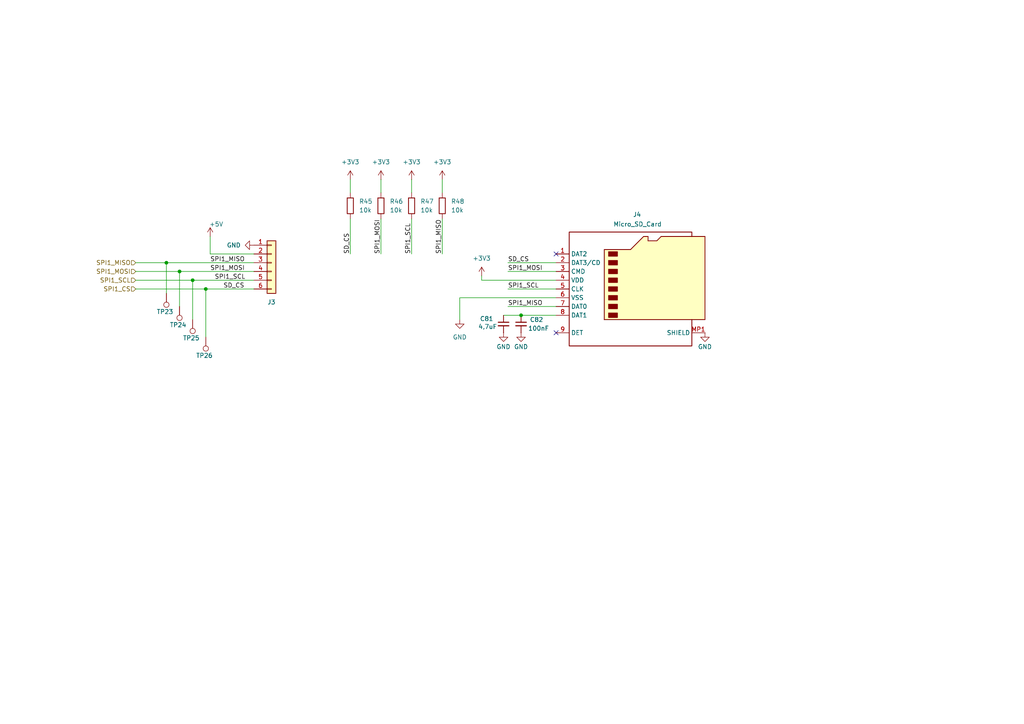
<source format=kicad_sch>
(kicad_sch (version 20250114) (generator "eeschema") (generator_version "9.0")
  (paper "A4")
  (lib_symbols
    (symbol "Connector:Micro_SD_Card_Det1"
      (property "Reference" "J4" (at 0.635 21.59 0))
      (property "Value" "Micro_SD_Card_Det1" (at 0.635 19.05 0))
      (symbol "Micro_SD_Card_Det1_0_1"
        (polyline (pts (xy -8.89 -8.89) (xy -8.89 11.43) (xy -1.27 11.43) (xy 2.54 15.24) (xy 3.81 15.24) (xy 3.81 13.97) (xy 6.35 13.97) (xy 7.62 15.24) (xy 20.32 15.24) (xy 20.32 -8.89) (xy -8.89 -8.89)) (stroke (width 0.254)) (fill (type background)))
        (rectangle (start -7.62 10.795) (end -5.08 9.525) (stroke (width 0.254)) (fill (type outline)))
        (rectangle (start -7.62 8.255) (end -5.08 6.985) (stroke (width 0.254)) (fill (type outline)))
        (rectangle (start -7.62 5.715) (end -5.08 4.445) (stroke (width 0.254)) (fill (type outline)))
        (rectangle (start -7.62 3.175) (end -5.08 1.905) (stroke (width 0.254)) (fill (type outline)))
        (rectangle (start -7.62 0.635) (end -5.08 -0.635) (stroke (width 0.254)) (fill (type outline)))
        (rectangle (start -7.62 -1.905) (end -5.08 -3.175) (stroke (width 0.254)) (fill (type outline)))
        (rectangle (start -7.62 -4.445) (end -5.08 -5.715) (stroke (width 0.254)) (fill (type outline)))
        (rectangle (start -7.62 -6.985) (end -5.08 -8.255) (stroke (width 0.254)) (fill (type outline)))
        (polyline (pts (xy 16.51 15.24) (xy 16.51 16.51) (xy -19.05 16.51) (xy -19.05 -16.51) (xy 16.51 -16.51) (xy 16.51 -8.89)) (stroke (width 0.254)))
      )
      (symbol "Micro_SD_Card_Det1_1_1"
        (pin bidirectional line (at -22.86 10.16 0) (length 3.81) (name "DAT2") (number "1"))
        (pin bidirectional line (at -22.86 7.62 0) (length 3.81) (name "DAT3/CD") (number "2"))
        (pin input line (at -22.86 5.08 0) (length 3.81) (name "CMD") (number "3"))
        (pin power_in line (at -22.86 2.54 0) (length 3.81) (name "VDD") (number "4"))
        (pin input line (at -22.86 0 0) (length 3.81) (name "CLK") (number "5"))
        (pin power_in line (at -22.86 -2.54 0) (length 3.81) (name "VSS") (number "6"))
        (pin bidirectional line (at -22.86 -5.08 0) (length 3.81) (name "DAT0") (number "7"))
        (pin bidirectional line (at -22.86 -7.62 0) (length 3.81) (name "DAT1") (number "8"))
        (pin passive line (at -22.86 -12.7 0) (length 3.81) (name "DET") (number "9"))
        (pin passive line (at 20.32 -12.7 180) (length 3.81) (name "SHIELD") (number "MP1"))
        (pin passive line (at 20.32 -12.7 180) (length 3.81) (hide yes) (name "SHIELD") (number "MP2"))
        (pin passive line (at 20.32 -12.7 180) (length 3.81) (hide yes) (name "SHIELD") (number "MP3"))
        (pin passive line (at 20.32 -12.7 180) (length 3.81) (hide yes) (name "SHIELD") (number "MP4"))
      )
    )
    (symbol "Connector:TestPoint" (pin_numbers (hide yes)) (pin_names (offset 0.762) (hide yes))
      (property "Reference" "TP" (at 0 6.858 0))
      (property "Value" "TestPoint" (at 0 5.08 0))
      (symbol "TestPoint_0_1"
        (circle (center 0 3.302) (radius 0.762))
      )
      (symbol "TestPoint_1_1"
        (pin passive line (at 0 0 90) (length 2.54) (name "1") (number "1"))
      )
    )
    (symbol "Device:C_Small" (pin_numbers (hide yes)) (pin_names (offset 0.254) (hide yes))
      (property "Reference" "C" (at 0.254 1.778 0))
      (property "Value" "C_Small" (at 0.254 -2.032 0))
      (symbol "C_Small_0_1"
        (polyline (pts (xy -1.524 0.508) (xy 1.524 0.508)) (stroke (width 0.3048)))
        (polyline (pts (xy -1.524 -0.508) (xy 1.524 -0.508)) (stroke (width 0.3302)))
      )
      (symbol "C_Small_1_1"
        (pin passive line (at 0 2.54 270) (length 2.032) (name "~") (number "1"))
        (pin passive line (at 0 -2.54 90) (length 2.032) (name "~") (number "2"))
      )
    )
    (symbol "PCM_4ms_Connector:Conn_01x06" (pin_names (offset 1.016) (hide yes))
      (property "Reference" "J" (at 0 7.62 0))
      (property "Value" "Conn_01x06" (at 0 -10.16 0))
      (symbol "Conn_01x06_1_1"
        (rectangle (start -1.27 6.35) (end 1.27 -8.89) (stroke (width 0.254)) (fill (type background)))
        (rectangle (start -1.27 5.207) (end 0 4.953) (stroke (width 0.1524)))
        (rectangle (start -1.27 2.667) (end 0 2.413) (stroke (width 0.1524)))
        (rectangle (start -1.27 0.127) (end 0 -0.127) (stroke (width 0.1524)))
        (rectangle (start -1.27 -2.413) (end 0 -2.667) (stroke (width 0.1524)))
        (rectangle (start -1.27 -4.953) (end 0 -5.207) (stroke (width 0.1524)))
        (rectangle (start -1.27 -7.493) (end 0 -7.747) (stroke (width 0.1524)))
        (pin passive line (at -5.08 5.08 0) (length 3.81) (name "Pin_1") (number "1"))
        (pin passive line (at -5.08 2.54 0) (length 3.81) (name "Pin_2") (number "2"))
        (pin passive line (at -5.08 0 0) (length 3.81) (name "Pin_3") (number "3"))
        (pin passive line (at -5.08 -2.54 0) (length 3.81) (name "Pin_4") (number "4"))
        (pin passive line (at -5.08 -5.08 0) (length 3.81) (name "Pin_5") (number "5"))
        (pin passive line (at -5.08 -7.62 0) (length 3.81) (name "Pin_6") (number "6"))
      )
    )
    (symbol "PCM_SL_Resistors:Resistor"
      (property "Reference" "R" (at 0 5.08 0))
      (property "Value" "Resistor" (at 0 2.54 0))
      (symbol "Resistor_0_1"
        (rectangle (start -2.286 0.889) (end 2.286 -0.889) (stroke (width 0.24)))
      )
      (symbol "Resistor_1_1"
        (pin passive line (at -3.81 0 0) (length 1.5) (name "") (number "1"))
        (pin passive line (at 3.81 0 180) (length 1.5) (name "~") (number "2"))
      )
    )
    (symbol "power:+3V3" (power) (pin_numbers (hide yes)) (pin_names (offset 0) (hide yes))
      (property "Value" "+3V3" (at 0 3.556 0))
      (symbol "+3V3_0_1"
        (polyline (pts (xy -0.762 1.27) (xy 0 2.54)))
        (polyline (pts (xy 0 2.54) (xy 0.762 1.27)))
        (polyline (pts (xy 0 0) (xy 0 2.54)))
      )
      (symbol "+3V3_1_1"
        (pin power_in line (at 0 0 90) (length 0) (name "~") (number "1"))
      )
    )
    (symbol "power:+5V" (power) (pin_numbers (hide yes)) (pin_names (offset 0) (hide yes))
      (property "Value" "+5V" (at 0 3.556 0))
      (symbol "+5V_0_1"
        (polyline (pts (xy -0.762 1.27) (xy 0 2.54)))
        (polyline (pts (xy 0 2.54) (xy 0.762 1.27)))
        (polyline (pts (xy 0 0) (xy 0 2.54)))
      )
      (symbol "+5V_1_1"
        (pin power_in line (at 0 0 90) (length 0) (name "~") (number "1"))
      )
    )
    (symbol "power:GND" (power) (pin_numbers (hide yes)) (pin_names (offset 0) (hide yes))
      (property "Value" "GND" (at 0 -3.81 0))
      (symbol "GND_0_1"
        (polyline (pts (xy 0 0) (xy 0 -1.27) (xy 1.27 -1.27) (xy 0 -2.54) (xy -1.27 -1.27) (xy 0 -1.27)))
      )
      (symbol "GND_1_1"
        (pin power_in line (at 0 0 270) (length 0) (name "~") (number "1"))
      )
    )
  )
  (junction (at 59.69 83.82))
  (junction (at 151.13 91.44))
  (junction (at 52.07 78.74))
  (junction (at 48.26 76.2))
  (junction (at 55.88 81.28))
  (no_connect (at 161.29 96.52))
  (no_connect (at 161.29 73.66))
  (wire (pts (xy 39.37 78.74) (xy 52.07 78.74)))
  (wire (pts (xy 110.49 63.5) (xy 110.49 73.66)))
  (wire (pts (xy 52.07 88.9) (xy 52.07 78.74)))
  (wire (pts (xy 39.37 83.82) (xy 59.69 83.82)))
  (wire (pts (xy 48.26 85.09) (xy 48.26 76.2)))
  (wire (pts (xy 52.07 78.74) (xy 73.66 78.74)))
  (wire (pts (xy 101.6 73.66) (xy 101.6 63.5)))
  (wire (pts (xy 139.7 80.01) (xy 139.7 81.28)))
  (wire (pts (xy 60.96 73.66) (xy 73.66 73.66)))
  (wire (pts (xy 133.35 86.36) (xy 161.29 86.36)))
  (wire (pts (xy 39.37 76.2) (xy 48.26 76.2)))
  (wire (pts (xy 39.37 81.28) (xy 55.88 81.28)))
  (wire (pts (xy 151.13 91.44) (xy 161.29 91.44)))
  (wire (pts (xy 110.49 52.07) (xy 110.49 55.88)))
  (wire (pts (xy 55.88 81.28) (xy 55.88 92.71)))
  (wire (pts (xy 139.7 81.28) (xy 161.29 81.28)))
  (wire (pts (xy 133.35 92.71) (xy 133.35 86.36)))
  (wire (pts (xy 60.96 68.58) (xy 60.96 73.66)))
  (wire (pts (xy 101.6 52.07) (xy 101.6 55.88)))
  (wire (pts (xy 147.32 76.2) (xy 161.29 76.2)))
  (wire (pts (xy 128.27 73.66) (xy 128.27 63.5)))
  (wire (pts (xy 59.69 97.79) (xy 59.69 83.82)))
  (wire (pts (xy 146.05 91.44) (xy 151.13 91.44)))
  (wire (pts (xy 128.27 52.07) (xy 128.27 55.88)))
  (wire (pts (xy 48.26 76.2) (xy 73.66 76.2)))
  (wire (pts (xy 147.32 83.82) (xy 161.29 83.82)))
  (wire (pts (xy 119.38 52.07) (xy 119.38 55.88)))
  (wire (pts (xy 119.38 63.5) (xy 119.38 73.66)))
  (wire (pts (xy 55.88 81.28) (xy 73.66 81.28)))
  (wire (pts (xy 147.32 78.74) (xy 161.29 78.74)))
  (wire (pts (xy 59.69 83.82) (xy 73.66 83.82)))
  (wire (pts (xy 147.32 88.9) (xy 161.29 88.9)))
  (label "SPI1_MISO" (at 147.32 88.9 0))
  (label "SPI1_MISO" (at 128.27 73.66 90))
  (label "SPI1_MOSI" (at 60.96 78.74 0))
  (label "SD_CS" (at 147.32 76.2 0))
  (label "SPI1_MISO" (at 60.96 76.2 0))
  (label "SPI1_MOSI" (at 110.49 73.66 90))
  (label "SD_CS" (at 64.77 83.82 0))
  (label "SPI1_SCL" (at 147.32 83.82 0))
  (label "SD_CS" (at 101.6 73.66 90))
  (label "SPI1_SCL" (at 62.23 81.28 0))
  (label "SPI1_MOSI" (at 147.32 78.74 0))
  (label "SPI1_SCL" (at 119.38 73.66 90))
  (hierarchical_label "SPI1_SCL" (shape input) (at 39.37 81.28 180))
  (hierarchical_label "SPI1_MISO" (shape input) (at 39.37 76.2 180))
  (hierarchical_label "SPI1_CS" (shape input) (at 39.37 83.82 180))
  (hierarchical_label "SPI1_MOSI" (shape input) (at 39.37 78.74 180))
  (symbol (lib_id "Connector:TestPoint") (at 48.26 85.09 180) (unit 1)
    (property "Reference" "TP23" (at 50.292 90.424 0) (effects (justify left)))
    (property "Value" "TestPoint" (effects (hide yes)))
    (property "Footprint" "TestPoint:TestPoint_Pad_D2.0mm" (effects (hide yes)))
    (property "Description" "test point" (effects (hide yes)))
  )
  (symbol (lib_id "power:GND") (at 73.66 71.12 270) (unit 1)
    (property "Reference" "#PWR0187" (effects (hide yes)))
    (property "Value" "GND" (at 69.85 71.1199 90) (effects (justify right)))
    (property "Description" "Power symbol creates a global label with name \"GND\" , ground" (effects (hide yes)))
  )
  (symbol (lib_id "Connector:Micro_SD_Card_Det1") (at 184.15 83.82 0) (unit 1)
    (property "Reference" "J4" (at 184.785 62.23 0))
    (property "Value" "Micro_SD_Card" (at 184.912 65.024 0))
    (property "Footprint" "footprint_lib:MCSPQ08ASGTR" (effects (hide yes)))
    (property "Datasheet" "https://www.tme.eu/pl/details/mcsp-q-08-a-sg/zlacza-do-kart/adam-tech/mcsp-q-08-a-sg-t-r/" (effects (hide yes)))
    (property "Description" "MCSP-Q-08-A-SG-T/R" (effects (hide yes)))
  )
  (symbol (lib_id "PCM_SL_Resistors:Resistor") (at 110.49 59.69 90) (unit 1)
    (property "Reference" "R46" (at 113.03 58.4199 90) (effects (justify right)))
    (property "Value" "10k" (at 113.03 60.9599 90) (effects (justify right)))
    (property "Footprint" "Resistor_SMD:R_0603_1608Metric_Pad0.98x0.95mm_HandSolder" (effects (hide yes)))
    (property "Description" "1/4W Resistor" (effects (hide yes)))
  )
  (symbol (lib_id "PCM_SL_Resistors:Resistor") (at 119.38 59.69 90) (unit 1)
    (property "Reference" "R47" (at 121.92 58.4199 90) (effects (justify right)))
    (property "Value" "10k" (at 121.92 60.9599 90) (effects (justify right)))
    (property "Footprint" "Resistor_SMD:R_0603_1608Metric_Pad0.98x0.95mm_HandSolder" (effects (hide yes)))
    (property "Description" "1/4W Resistor" (effects (hide yes)))
  )
  (symbol (lib_id "Connector:TestPoint") (at 59.69 97.79 180) (unit 1)
    (property "Reference" "TP26" (at 61.722 103.124 0) (effects (justify left)))
    (property "Value" "TestPoint" (effects (hide yes)))
    (property "Footprint" "TestPoint:TestPoint_Pad_D2.0mm" (effects (hide yes)))
    (property "Description" "test point" (effects (hide yes)))
  )
  (symbol (lib_id "power:GND") (at 204.47 96.52 0) (unit 1)
    (property "Reference" "#PWR0196" (effects (hide yes)))
    (property "Value" "GND" (at 206.502 100.584 0) (effects (justify right)))
    (property "Description" "Power symbol creates a global label with name \"GND\" , ground" (effects (hide yes)))
  )
  (symbol (lib_id "Device:C_Small") (at 151.13 93.98 0) (unit 1)
    (property "Reference" "C82" (at 153.67 92.7162 0) (effects (justify left)))
    (property "Value" "100nF" (at 153.162 95.25 0) (effects (justify left)))
    (property "Footprint" "Capacitor_SMD:C_0603_1608Metric_Pad1.08x0.95mm_HandSolder" (effects (hide yes)))
    (property "Description" "Unpolarized capacitor, small symbol" (effects (hide yes)))
  )
  (symbol (lib_id "power:+3V3") (at 110.49 52.07 0) (unit 1)
    (property "Reference" "#PWR0189" (effects (hide yes)))
    (property "Value" "+3V3" (at 110.49 46.99 0))
    (property "Description" "Power symbol creates a global label with name \"+3V3\"" (effects (hide yes)))
  )
  (symbol (lib_id "power:+3V3") (at 139.7 80.01 0) (unit 1)
    (property "Reference" "#PWR0193" (effects (hide yes)))
    (property "Value" "+3V3" (at 139.7 74.93 0))
    (property "Description" "Power symbol creates a global label with name \"+3V3\"" (effects (hide yes)))
  )
  (symbol (lib_id "PCM_SL_Resistors:Resistor") (at 101.6 59.69 90) (unit 1)
    (property "Reference" "R45" (at 104.14 58.4199 90) (effects (justify right)))
    (property "Value" "10k" (at 104.14 60.9599 90) (effects (justify right)))
    (property "Footprint" "Resistor_SMD:R_0603_1608Metric_Pad0.98x0.95mm_HandSolder" (effects (hide yes)))
    (property "Description" "1/4W Resistor" (effects (hide yes)))
  )
  (symbol (lib_id "power:+3V3") (at 128.27 52.07 0) (unit 1)
    (property "Reference" "#PWR0191" (effects (hide yes)))
    (property "Value" "+3V3" (at 128.27 46.99 0))
    (property "Description" "Power symbol creates a global label with name \"+3V3\"" (effects (hide yes)))
  )
  (symbol (lib_id "power:GND") (at 151.13 96.52 0) (unit 1)
    (property "Reference" "#PWR0195" (effects (hide yes)))
    (property "Value" "GND" (at 153.162 100.584 0) (effects (justify right)))
    (property "Description" "Power symbol creates a global label with name \"GND\" , ground" (effects (hide yes)))
  )
  (symbol (lib_id "Connector:TestPoint") (at 55.88 92.71 180) (unit 1)
    (property "Reference" "TP25" (at 57.912 98.044 0) (effects (justify left)))
    (property "Value" "TestPoint" (effects (hide yes)))
    (property "Footprint" "TestPoint:TestPoint_Pad_D2.0mm" (effects (hide yes)))
    (property "Description" "test point" (effects (hide yes)))
  )
  (symbol (lib_id "power:GND") (at 146.05 96.52 0) (unit 1)
    (property "Reference" "#PWR0194" (effects (hide yes)))
    (property "Value" "GND" (at 148.082 100.584 0) (effects (justify right)))
    (property "Description" "Power symbol creates a global label with name \"GND\" , ground" (effects (hide yes)))
  )
  (symbol (lib_id "Device:C_Small") (at 146.05 93.98 0) (unit 1)
    (property "Reference" "C81" (at 139.192 92.456 0) (effects (justify left)))
    (property "Value" "4,7uF" (at 138.684 94.742 0) (effects (justify left)))
    (property "Footprint" "Capacitor_SMD:C_0603_1608Metric_Pad1.08x0.95mm_HandSolder" (effects (hide yes)))
    (property "Description" "Unpolarized capacitor, small symbol" (effects (hide yes)))
  )
  (symbol (lib_id "Connector:TestPoint") (at 52.07 88.9 180) (unit 1)
    (property "Reference" "TP24" (at 54.102 94.234 0) (effects (justify left)))
    (property "Value" "TestPoint" (effects (hide yes)))
    (property "Footprint" "TestPoint:TestPoint_Pad_D2.0mm" (effects (hide yes)))
    (property "Description" "test point" (effects (hide yes)))
  )
  (symbol (lib_id "power:+5V") (at 60.96 68.58 0) (unit 1)
    (property "Reference" "#PWR0186" (effects (hide yes)))
    (property "Value" "+5V" (at 62.738 65.024 0))
    (property "Description" "Power symbol creates a global label with name \"+5V\"" (effects (hide yes)))
  )
  (symbol (lib_id "power:+3V3") (at 119.38 52.07 0) (unit 1)
    (property "Reference" "#PWR0190" (effects (hide yes)))
    (property "Value" "+3V3" (at 119.38 46.99 0))
    (property "Description" "Power symbol creates a global label with name \"+3V3\"" (effects (hide yes)))
  )
  (symbol (lib_id "PCM_4ms_Connector:Conn_01x06") (at 78.74 76.2 0) (unit 1)
    (property "Reference" "J3" (at 78.74 87.63 0))
    (property "Value" "SD Card SPI Module" (effects (hide yes)))
    (property "Footprint" "Connector_PinHeader_2.54mm:PinHeader_1x06_P2.54mm_Vertical" (effects (hide yes)))
    (property "Description" "HEADER 1x6 MALE PINS 0.100” 180deg" (effects (hide yes)))
    (property "Specifications" "HEADER 1x6 MALE PINS 0.100” 180deg" (effects (hide yes)))
    (property "Manufacturer" "TAD" (effects (hide yes)))
    (property "Part Number" "1-0601FBV0T" (effects (hide yes)))
  )
  (symbol (lib_id "power:GND") (at 133.35 92.71 0) (unit 1)
    (property "Reference" "#PWR0192" (effects (hide yes)))
    (property "Value" "GND" (at 133.35 97.79 0))
    (property "Description" "Power symbol creates a global label with name \"GND\" , ground" (effects (hide yes)))
  )
  (symbol (lib_id "power:+3V3") (at 101.6 52.07 0) (unit 1)
    (property "Reference" "#PWR0188" (effects (hide yes)))
    (property "Value" "+3V3" (at 101.6 46.99 0))
    (property "Description" "Power symbol creates a global label with name \"+3V3\"" (effects (hide yes)))
  )
  (symbol (lib_id "PCM_SL_Resistors:Resistor") (at 128.27 59.69 90) (unit 1)
    (property "Reference" "R48" (at 130.81 58.4199 90) (effects (justify right)))
    (property "Value" "10k" (at 130.81 60.9599 90) (effects (justify right)))
    (property "Footprint" "Resistor_SMD:R_0603_1608Metric_Pad0.98x0.95mm_HandSolder" (effects (hide yes)))
    (property "Description" "1/4W Resistor" (effects (hide yes)))
  )
)
</source>
